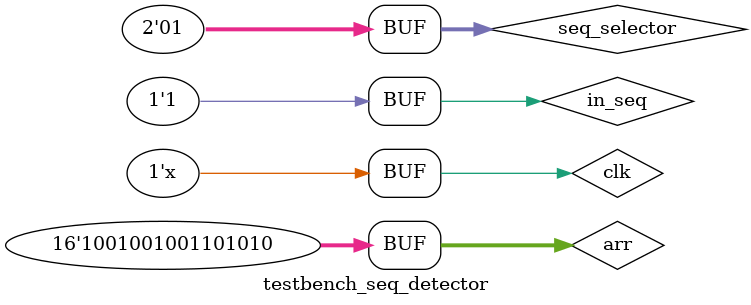
<source format=v>
`timescale 1ns / 1ps
module testbench_seq_detector(
    );
//inputs
reg clk = 0;
reg in_seq;
reg [1:0] seq_selector;
//outputs 
wire seq_detected;
wire [7:0] seq_num;
wire [1:0] state ;

reg [15:0] arr ;

seq_detector sd(clk, in_seq,seq_selector, seq_detected, seq_num, state);

always begin #10 clk=~clk; end 
initial begin 

arr = 16'b011001001001101010;
seq_selector = 1 ;
in_seq = arr[0]; #20;
in_seq = arr[1]; #20;
in_seq = arr[2]; #20;
in_seq = arr[3]; #20;
in_seq = arr[4]; #20;
in_seq = arr[5]; #20;
in_seq = arr[6]; #20;
in_seq = arr[7]; #20;
in_seq = arr[8]; #20;
in_seq = arr[9]; #20;
in_seq = arr[10]; #20;
in_seq = arr[11]; #20;
in_seq = arr[12]; #20;
in_seq = arr[13]; #20;
in_seq = arr[14]; #20;
in_seq = arr[15]; #20;
end
endmodule



</source>
